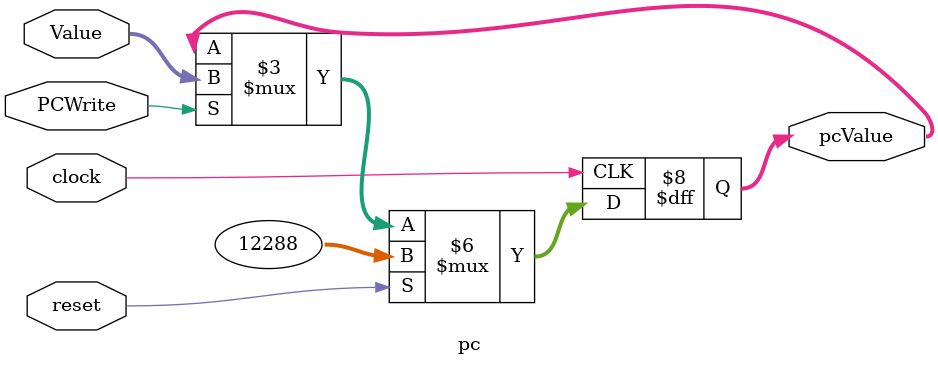
<source format=sv>
`timescale 1ns / 1ps

module pc(input reset,input clock,input PCWrite,input [31:0]Value,output logic[31:0]pcValue);
    always @(posedge clock)
    begin
        if(reset) pcValue <=32'h00003000;
        else
        begin 
            if(PCWrite!=0) pcValue<=Value;
        end
    end 
endmodule

</source>
